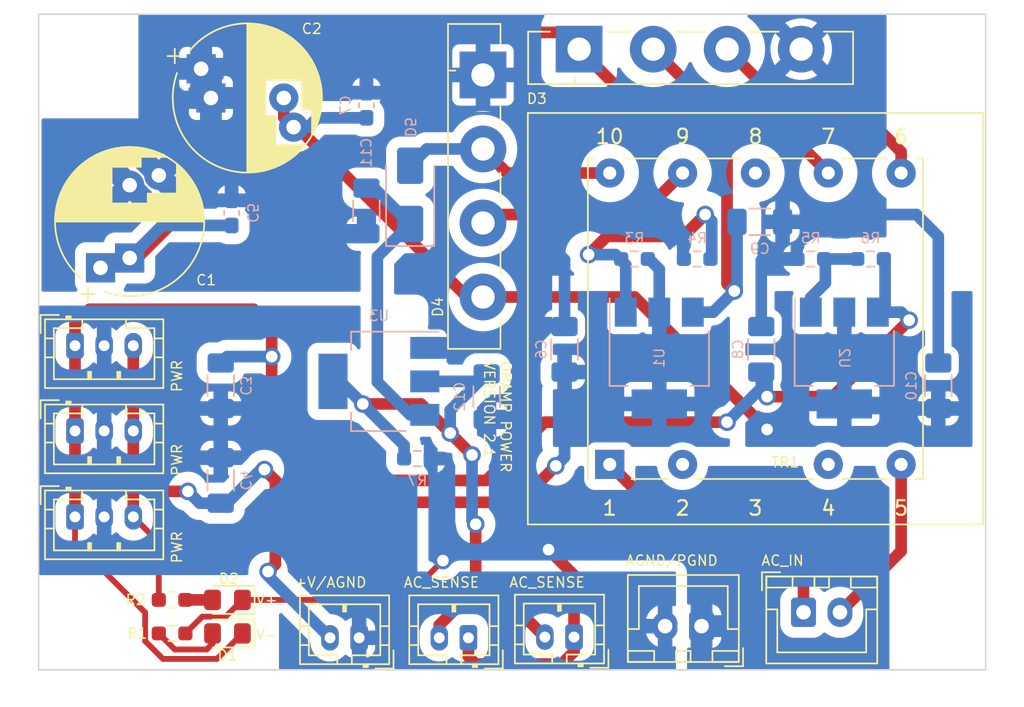
<source format=kicad_pcb>
(kicad_pcb (version 20221018) (generator pcbnew)
  (layers (0 "F.Cu" signal) (31 "B.Cu" signal) (34 "B.Paste" user) (35 "F.Paste" user) (36 "B.SilkS" user "B.Silkscreen") (37 "F.SilkS" user "F.Silkscreen") (38 "B.Mask" user) (39 "F.Mask" user) (44 "Edge.Cuts" user))
  (net 0 "")
  (net 1 "VPOS")
  (net 2 "PGND")
  (net 3 "VNEG")
  (net 4 "Net-(D1-A)")
  (net 5 "Net-(D2-A)")
  (net 6 "Net-(D3-Pad2)")
  (net 7 "AC1")
  (net 8 "Net-(D4-Pad3)")
  (net 9 "Net-(U1-ADJ)")
  (net 10 "Net-(U2-ADJ)")
  (net 11 "AGND")
  (net 12 "RECT_POS")
  (net 13 "RECT_NEG")
  (net 14 "DC_NEG")
  (net 15 "DC_POS")
  (net 16 "AC2")
  (net 17 "SENSE_DC")
  (net 18 "SENSE")
  (footprint "MountingHole:MountingHole_3.2mm_M3" (layer "F.Cu") (at 103.5 119.5)
    (fp_text reference "H4" hide)
    (fp_text value "MountingHole")
    (pad "" np_thru_hole circle (at 0 0) (size 3.2 3.2) (drill 3.2) (layers "*.Cu" "*.Mask"))
  )
  (footprint "Connector_JST:JST_XH_B2B-XH-A_1x02_P2.50mm_Vertical" (layer "F.Cu") (at 146.5 119 180)
    (fp_text reference "J2" hide)
    (fp_text value "Conn_01x02_Male")
    (pad "1" thru_hole roundrect (at 0 0 180) (size 1.7 2) (drill 1) (layers "*.Cu" "*.Mask") (roundrect_rratio 0.1470588235) (net 2 "PGND"))
    (pad "2" thru_hole oval (at 2.5 0 180) (size 1.7 2) (drill 1) (layers "*.Cu" "*.Mask") (net 11 "AGND"))
  )
  (footprint "Capacitor_THT:CP_Radial_D10.0mm_P5.00mm_P7.50mm" (layer "F.Cu") (at 107.25 93.732677 90)
    (fp_text reference "C1" (at -1.517323 5.25 unlocked) (layer "F.SilkS") (effects (font (size 0.7 0.7) (thickness 0.1))))
    (fp_text value "1000U")
    (pad "1" thru_hole rect (at -0.672144 -2 90) (size 2 2) (drill 1) (layers "*.Cu" "*.Mask") (net 12 "RECT_POS"))
    (pad "1" thru_hole rect (at 0 0 90) (size 2 2) (drill 1) (layers "*.Cu" "*.Mask") (net 12 "RECT_POS"))
    (pad "2" thru_hole circle (at 5 0 90) (size 2 2) (drill 1) (layers "*.Cu" "*.Mask") (net 2 "PGND"))
    (pad "2" thru_hole circle (at 5.672144 2 90) (size 2 2) (drill 1) (layers "*.Cu" "*.Mask") (net 2 "PGND"))
  )
  (footprint "Resistor_SMD:R_0603_1608Metric_Pad0.98x0.95mm_HandSolder" (layer "F.Cu") (at 110.1625 117.2)
    (fp_text reference "R2" (at -2.5 0 unlocked) (layer "F.SilkS") (effects (font (size 0.7 0.7) (thickness 0.1))))
    (fp_text value "3.3K")
    (pad "1" smd roundrect (at -0.9125 0) (size 0.975 0.95) (layers "F.Cu" "F.Paste" "F.Mask") (net 15 "DC_POS"))
    (pad "2" smd roundrect (at 0.9125 0) (size 0.975 0.95) (layers "F.Cu" "F.Paste" "F.Mask") (net 5 "Net-(D2-A)"))
  )
  (footprint "Connector_JST:JST_PH_B3B-PH-K_1x03_P2.00mm_Vertical" (layer "F.Cu") (at 103.5 99.75)
    (fp_text reference "J3" hide)
    (fp_text value "Conn_01x03_Male")
    (pad "1" thru_hole roundrect (at 0 0) (size 1.2 1.75) (drill 0.75) (layers "*.Cu" "*.Mask") (roundrect_rratio 0.2083333333) (net 14 "DC_NEG"))
    (pad "2" thru_hole oval (at 2 0) (size 1.2 1.75) (drill 0.75) (layers "*.Cu" "*.Mask") (net 11 "AGND"))
    (pad "3" thru_hole oval (at 4 0) (size 1.2 1.75) (drill 0.75) (layers "*.Cu" "*.Mask") (net 15 "DC_POS"))
  )
  (footprint "Diode_THT:Diode_Bridge_Vishay_GBU" (layer "F.Cu") (at 131.5 81.17 -90)
    (fp_text reference "D4" (at 15.93 3.1 -270 unlocked) (layer "F.SilkS") (effects (font (size 0.7 0.7) (thickness 0.1))))
    (fp_text value "GBU4A")
    (pad "1" thru_hole rect (at 0 0 270) (size 3.2 3.2) (drill 1.6) (layers "*.Cu" "*.Mask") (net 2 "PGND"))
    (pad "2" thru_hole circle (at 5.08 0 270) (size 3.2 3.2) (drill 1.6) (layers "*.Cu" "*.Mask") (net 16 "AC2"))
    (pad "3" thru_hole circle (at 10.16 0 270) (size 3.2 3.2) (drill 1.6) (layers "*.Cu" "*.Mask") (net 8 "Net-(D4-Pad3)"))
    (pad "4" thru_hole circle (at 15.24 0 270) (size 3.2 3.2) (drill 1.6) (layers "*.Cu" "*.Mask") (net 13 "RECT_NEG"))
  )
  (footprint "Resistor_SMD:R_0603_1608Metric_Pad0.98x0.95mm_HandSolder" (layer "F.Cu") (at 110.1625 119.5 180)
    (fp_text reference "R1" (at 2.3875 0 unlocked) (layer "F.SilkS") (effects (font (size 0.7 0.7) (thickness 0.1))))
    (fp_text value "3.3K")
    (pad "1" smd roundrect (at -0.9125 0 180) (size 0.975 0.95) (layers "F.Cu" "F.Paste" "F.Mask") (net 2 "PGND"))
    (pad "2" smd roundrect (at 0.9125 0 180) (size 0.975 0.95) (layers "F.Cu" "F.Paste" "F.Mask") (net 4 "Net-(D1-A)"))
  )
  (footprint "MountingHole:MountingHole_3.2mm_M3" (layer "F.Cu") (at 163.5 79.5)
    (fp_text reference "H1" hide)
    (fp_text value "MountingHole")
    (pad "" np_thru_hole circle (at 0 0) (size 3.2 3.2) (drill 3.2) (layers "*.Cu" "*.Mask"))
  )
  (footprint "Connector_JST:JST_PH_B3B-PH-K_1x03_P2.00mm_Vertical" (layer "F.Cu") (at 103.5 105.6)
    (fp_text reference "J4" hide)
    (fp_text value "Conn_01x03_Male")
    (pad "1" thru_hole roundrect (at 0 0) (size 1.2 1.75) (drill 0.75) (layers "*.Cu" "*.Mask") (roundrect_rratio 0.2083333333) (net 14 "DC_NEG"))
    (pad "2" thru_hole oval (at 2 0) (size 1.2 1.75) (drill 0.75) (layers "*.Cu" "*.Mask") (net 11 "AGND"))
    (pad "3" thru_hole oval (at 4 0) (size 1.2 1.75) (drill 0.75) (layers "*.Cu" "*.Mask") (net 15 "DC_POS"))
  )
  (footprint "Connector_JST:JST_PH_B2B-PH-K_1x02_P2.00mm_Vertical" (layer "F.Cu") (at 130.5 119.8 180)
    (fp_text reference "J6" hide)
    (fp_text value "Conn_01x02_Male")
    (pad "1" thru_hole roundrect (at 0 0 180) (size 1.2 1.75) (drill 0.75) (layers "*.Cu" "*.Mask") (roundrect_rratio 0.2083333333) (net 2 "PGND"))
    (pad "2" thru_hole oval (at 2 0 180) (size 1.2 1.75) (drill 0.75) (layers "*.Cu" "*.Mask") (net 18 "SENSE"))
  )
  (footprint "Connector_JST:JST_PH_B3B-PH-K_1x03_P2.00mm_Vertical" (layer "F.Cu") (at 103.5 111.5)
    (fp_text reference "J5" hide)
    (fp_text value "Conn_01x03_Male")
    (pad "1" thru_hole roundrect (at 0 0) (size 1.2 1.75) (drill 0.75) (layers "*.Cu" "*.Mask") (roundrect_rratio 0.2083333333) (net 14 "DC_NEG"))
    (pad "2" thru_hole oval (at 2 0) (size 1.2 1.75) (drill 0.75) (layers "*.Cu" "*.Mask") (net 11 "AGND"))
    (pad "3" thru_hole oval (at 4 0) (size 1.2 1.75) (drill 0.75) (layers "*.Cu" "*.Mask") (net 15 "DC_POS"))
  )
  (footprint "MountingHole:MountingHole_3.2mm_M3" (layer "F.Cu") (at 103.5 79.5)
    (fp_text reference "H2" hide)
    (fp_text value "MountingHole")
    (pad "" np_thru_hole circle (at 0 0) (size 3.2 3.2) (drill 3.2) (layers "*.Cu" "*.Mask"))
  )
  (footprint "LED_SMD:LED_0805_2012Metric_Pad1.15x1.40mm_HandSolder" (layer "F.Cu") (at 113.9625 119.5 180)
    (fp_text reference "D1" (at 0 -1.5 unlocked) (layer "F.SilkS") (effects (font (size 0.7 0.7) (thickness 0.1))))
    (fp_text value "BLUE")
    (pad "1" smd roundrect (at -1.025 0 180) (size 1.15 1.4) (layers "F.Cu" "F.Paste" "F.Mask") (roundrect_rratio 0.2173913043) (net 14 "DC_NEG"))
    (pad "2" smd roundrect (at 1.025 0 180) (size 1.15 1.4) (layers "F.Cu" "F.Paste" "F.Mask") (roundrect_rratio 0.2173913043) (net 4 "Net-(D1-A)"))
  )
  (footprint "Diode_THT:Diode_Bridge_Vishay_GBU" (layer "F.Cu") (at 138.1 79.4)
    (fp_text reference "D3" (at -2.9 3.4 unlocked) (layer "F.SilkS") (effects (font (size 0.7 0.7) (thickness 0.1))))
    (fp_text value "GBU4A")
    (pad "1" thru_hole rect (at 0 0) (size 3.2 3.2) (drill 1.6) (layers "*.Cu" "*.Mask") (net 12 "RECT_POS"))
    (pad "2" thru_hole circle (at 5.08 0) (size 3.2 3.2) (drill 1.6) (layers "*.Cu" "*.Mask") (net 6 "Net-(D3-Pad2)"))
    (pad "3" thru_hole circle (at 10.16 0) (size 3.2 3.2) (drill 1.6) (layers "*.Cu" "*.Mask") (net 7 "AC1"))
    (pad "4" thru_hole circle (at 15.24 0) (size 3.2 3.2) (drill 1.6) (layers "*.Cu" "*.Mask") (net 2 "PGND"))
  )
  (footprint "Transformer_THT:Transformer_Breve_TEZ-28x33" (layer "F.Cu") (at 140.2 107.9)
    (fp_text reference "TR1" (at 12.05 -0.15 unlocked) (layer "F.SilkS") (effects (font (size 0.7 0.7) (thickness 0.1))))
    (fp_text value "230V 2x9V 2.3VA")
    (fp_text user "5" (at 20 3) (layer "F.SilkS"))
    (fp_text user "4" (at 15 3) (layer "F.SilkS"))
    (fp_text user "6" (at 20 -22.5) (layer "F.SilkS"))
    (fp_text user "9" (at 5 -22.5) (layer "F.SilkS"))
    (fp_text user "2" (at 5 3) (layer "F.SilkS"))
    (fp_text user "10" (at 0 -22.5) (layer "F.SilkS"))
    (fp_text user "3" (at 10 3) (layer "F.SilkS"))
    (fp_text user "7" (at 15 -22.5) (layer "F.SilkS"))
    (fp_text user "1" (at 0 3) (layer "F.SilkS"))
    (fp_text user "8" (at 10 -22.5) (layer "F.SilkS"))
    (pad "1" thru_hole rect (at 0 0) (size 2 2) (drill 0.9) (layers "*.Cu" "*.Mask") (net 1 "VPOS"))
    (pad "2" thru_hole circle (at 5 0) (size 2 2) (drill 0.9) (layers "*.Cu" "*.Mask"))
    (pad "4" thru_hole circle (at 15 0) (size 2 2) (drill 0.9) (layers "*.Cu" "*.Mask"))
    (pad "5" thru_hole circle (at 20 0) (size 2 2) (drill 0.9) (layers "*.Cu" "*.Mask") (net 3 "VNEG"))
    (pad "6" thru_hole circle (at 20 -20) (size 2 2) (drill 0.9) (layers "*.Cu" "*.Mask") (net 7 "AC1"))
    (pad "7" thru_hole circle (at 15 -20) (size 2 2) (drill 0.9) (layers "*.Cu" "*.Mask") (net 6 "Net-(D3-Pad2)"))
    (pad "8" thru_hole circle (at 10 -20) (size 2 2) (drill 0.9) (layers "*.Cu" "*.Mask"))
    (pad "9" thru_hole circle (at 5 -20) (size 2 2) (drill 0.9) (layers "*.Cu" "*.Mask") (net 8 "Net-(D4-Pad3)"))
    (pad "10" thru_hole circle (at 0 -20) (size 2 2) (drill 0.9) (layers "*.Cu" "*.Mask") (net 16 "AC2"))
  )
  (footprint "Connector_JST:JST_PH_B2B-PH-K_1x02_P2.00mm_Vertical" (layer "F.Cu") (at 137.75 119.75 180)
    (fp_text reference "J7" hide)
    (fp_text value "Conn_01x02_Male")
    (pad "1" thru_hole roundrect (at 0 0 180) (size 1.2 1.75) (drill 0.75) (layers "*.Cu" "*.Mask") (roundrect_rratio 0.2083333333) (net 2 "PGND"))
    (pad "2" thru_hole oval (at 2 0 180) (size 1.2 1.75) (drill 0.75) (layers "*.Cu" "*.Mask") (net 18 "SENSE"))
  )
  (footprint "MountingHole:MountingHole_3.2mm_M3" (layer "F.Cu") (at 163.5 119.5)
    (fp_text reference "H3" hide)
    (fp_text value "MountingHole")
    (pad "" np_thru_hole circle (at 0 0) (size 3.2 3.2) (drill 3.2) (layers "*.Cu" "*.Mask"))
  )
  (footprint "Capacitor_THT:CP_Radial_D10.0mm_P5.00mm_P7.50mm" (layer "F.Cu") (at 112.827856 82.75)
    (fp_text reference "C2" (at 6.922144 -4.75 unlocked) (layer "F.SilkS") (effects (font (size 0.7 0.7) (thickness 0.1))))
    (fp_text value "1000U")
    (pad "1" thru_hole rect (at -0.672144 -2) (size 2 2) (drill 1) (layers "*.Cu" "*.Mask") (net 2 "PGND"))
    (pad "1" thru_hole rect (at 0 0) (size 2 2) (drill 1) (layers "*.Cu" "*.Mask") (net 2 "PGND"))
    (pad "2" thru_hole circle (at 5 0) (size 2 2) (drill 1) (layers "*.Cu" "*.Mask") (net 13 "RECT_NEG"))
    (pad "2" thru_hole circle (at 5.672144 2) (size 2 2) (drill 1) (layers "*.Cu" "*.Mask") (net 13 "RECT_NEG"))
  )
  (footprint "Connector_JST:JST_XH_B2B-XH-A_1x02_P2.50mm_Vertical" (layer "F.Cu") (at 153.5 118.05)
    (fp_text reference "J1" hide)
    (fp_text value "Conn_01x02_Male")
    (pad "1" thru_hole roundrect (at 0 0) (size 1.7 2) (drill 1) (layers "*.Cu" "*.Mask") (roundrect_rratio 0.1470588235) (net 1 "VPOS"))
    (pad "2" thru_hole oval (at 2.5 0) (size 1.7 2) (drill 1) (layers "*.Cu" "*.Mask") (net 3 "VNEG"))
  )
  (footprint "LED_SMD:LED_0805_2012Metric_Pad1.15x1.40mm_HandSolder" (layer "F.Cu") (at 113.9625 117.2 180)
    (fp_text reference "D2" (at -0.1 1.45 unlocked) (layer "F.SilkS") (effects (font (size 0.7 0.7) (thickness 0.1))))
    (fp_text value "YELLOW")
    (pad "1" smd roundrect (at -1.025 0 180) (size 1.15 1.4) (layers "F.Cu" "F.Paste" "F.Mask") (roundrect_rratio 0.2173913043) (net 2 "PGND"))
    (pad "2" smd roundrect (at 1.025 0 180) (size 1.15 1.4) (layers "F.Cu" "F.Paste" "F.Mask") (roundrect_rratio 0.2173913043) (net 5 "Net-(D2-A)"))
  )
  (footprint "Connector_JST:JST_PH_B2B-PH-K_1x02_P2.00mm_Vertical" (layer "F.Cu") (at 123 119.8 180)
    (fp_text reference "J8" hide)
    (fp_text value "Conn_01x02_Male")
    (pad "1" thru_hole roundrect (at 0 0 180) (size 1.2 1.75) (drill 0.75) (layers "*.Cu" "*.Mask") (roundrect_rratio 0.2083333333) (net 11 "AGND"))
    (pad "2" thru_hole oval (at 2 0 180) (size 1.2 1.75) (drill 0.75) (layers "*.Cu" "*.Mask") (net 15 "DC_POS"))
  )
  (footprint "Resistor_SMD:R_0603_1608Metric_Pad0.98x0.95mm_HandSolder" (layer "B.Cu") (at 146.2 93.8 180)
    (fp_text reference "R4" (at 0 1.43 unlocked) (layer "B.SilkS") (effects (font (size 0.7 0.7) (thickness 0.1)) (justify mirror)))
    (fp_text value "750R")
    (pad "1" smd roundrect (at -0.9125 0 180) (size 0.975 0.95) (layers "B.Cu" "B.Paste" "B.Mask") (net 9 "Net-(U1-ADJ)"))
    (pad "2" smd roundrect (at 0.9125 0 180) (size 0.975 0.95) (layers "B.Cu" "B.Paste" "B.Mask") (net 2 "PGND"))
  )
  (footprint "Capacitor_SMD:C_1206_3216Metric_Pad1.33x1.80mm_HandSolder" (layer "B.Cu") (at 123.5 90.5 -90)
    (fp_text reference "C11" (at -4 0 90 unlocked) (layer "B.SilkS") (effects (font (size 0.7 0.7) (thickness 0.1)) (justify mirror)))
    (fp_text value "10u")
    (pad "1" smd roundrect (at -1.5625 0 270) (size 1.325 1.8) (layers "B.Cu" "B.Paste" "B.Mask") (roundrect_rratio 0.1886792453) (net 17 "SENSE_DC"))
    (pad "2" smd roundrect (at 1.5625 0 270) (size 1.325 1.8) (layers "B.Cu" "B.Paste" "B.Mask") (roundrect_rratio 0.1886792453) (net 2 "PGND"))
  )
  (footprint "Diode_SMD:D_SMA" (layer "B.Cu") (at 126.5 89.4 90)
    (fp_text reference "D5" (at 4.65 0 270 unlocked) (layer "B.SilkS") (effects (font (size 0.7 0.7) (thickness 0.1)) (justify mirror)))
    (fp_text value "1N4001")
    (pad "1" smd roundrect (at -2 0 90) (size 2.5 1.8) (layers "B.Cu" "B.Paste" "B.Mask") (roundrect_rratio 0.1388888889) (net 17 "SENSE_DC"))
    (pad "2" smd roundrect (at 2 0 90) (size 2.5 1.8) (layers "B.Cu" "B.Paste" "B.Mask") (roundrect_rratio 0.1388888889) (net 16 "AC2"))
  )
  (footprint "Capacitor_SMD:C_1206_3216Metric_Pad1.33x1.80mm_HandSolder" (layer "B.Cu") (at 150.5 91.25)
    (fp_text reference "C9" (at 0 1.85 unlocked) (layer "B.SilkS") (effects (font (size 0.7 0.7) (thickness 0.1)) (justify mirror)))
    (fp_text value "10u")
    (pad "1" smd roundrect (at -1.5625 0) (size 1.325 1.8) (layers "B.Cu" "B.Paste" "B.Mask") (roundrect_rratio 0.1886792453) (net 12 "RECT_POS"))
    (pad "2" smd roundrect (at 1.5625 0) (size 1.325 1.8) (layers "B.Cu" "B.Paste" "B.Mask") (roundrect_rratio 0.1886792453) (net 2 "PGND"))
  )
  (footprint "Resistor_SMD:R_0603_1608Metric_Pad0.98x0.95mm_HandSolder" (layer "B.Cu") (at 158.1 93.8 180)
    (fp_text reference "R6" (at 0 1.43 unlocked) (layer "B.SilkS") (effects (font (size 0.7 0.7) (thickness 0.1)) (justify mirror)))
    (fp_text value "120R")
    (pad "1" smd roundrect (at -0.9125 0 180) (size 0.975 0.95) (layers "B.Cu" "B.Paste" "B.Mask") (net 14 "DC_NEG"))
    (pad "2" smd roundrect (at 0.9125 0 180) (size 0.975 0.95) (layers "B.Cu" "B.Paste" "B.Mask") (net 10 "Net-(U2-ADJ)"))
  )
  (footprint "Package_TO_SOT_SMD:SOT-223-3_TabPin2" (layer "B.Cu") (at 156.3 100.6 -90)
    (fp_text reference "U2" (at 0 0 -90 unlocked) (layer "B.SilkS") (effects (font (size 0.7 0.7) (thickness 0.1)) (justify mirror)))
    (fp_text value "LM337_SOT223")
    (pad "1" smd rect (at -3.15 2.3 270) (size 2 1.5) (layers "B.Cu" "B.Paste" "B.Mask") (net 10 "Net-(U2-ADJ)"))
    (pad "2" smd rect (at -3.15 0 270) (size 2 1.5) (layers "B.Cu" "B.Paste" "B.Mask") (net 13 "RECT_NEG"))
    (pad "2" smd rect (at 3.15 0 270) (size 2 3.8) (layers "B.Cu" "B.Paste" "B.Mask") (net 13 "RECT_NEG"))
    (pad "3" smd rect (at -3.15 -2.3 270) (size 2 1.5) (layers "B.Cu" "B.Paste" "B.Mask") (net 14 "DC_NEG"))
  )
  (footprint "Resistor_SMD:R_0603_1608Metric_Pad0.98x0.95mm_HandSolder" (layer "B.Cu") (at 154 93.8 180)
    (fp_text reference "R5" (at 0 1.43 unlocked) (layer "B.SilkS") (effects (font (size 0.7 0.7) (thickness 0.1)) (justify mirror)))
    (fp_text value "750R")
    (pad "1" smd roundrect (at -0.9125 0 180) (size 0.975 0.95) (layers "B.Cu" "B.Paste" "B.Mask") (net 10 "Net-(U2-ADJ)"))
    (pad "2" smd roundrect (at 0.9125 0 180) (size 0.975 0.95) (layers "B.Cu" "B.Paste" "B.Mask") (net 2 "PGND"))
  )
  (footprint "Capacitor_SMD:C_1206_3216Metric_Pad1.33x1.80mm_HandSolder" (layer "B.Cu") (at 113.5 109 90)
    (fp_text reference "C4" (at 0 1.7 270 unlocked) (layer "B.SilkS") (effects (font (size 0.7 0.7) (thickness 0.1)) (justify mirror)))
    (fp_text value "10U")
    (pad "1" smd roundrect (at -1.5625 0 90) (size 1.325 1.8) (layers "B.Cu" "B.Paste" "B.Mask") (roundrect_rratio 0.1886792453) (net 15 "DC_POS"))
    (pad "2" smd roundrect (at 1.5625 0 90) (size 1.325 1.8) (layers "B.Cu" "B.Paste" "B.Mask") (roundrect_rratio 0.1886792453) (net 11 "AGND"))
  )
  (footprint "Resistor_SMD:R_0603_1608Metric_Pad0.98x0.95mm_HandSolder" (layer "B.Cu") (at 127 107.5 180)
    (fp_text reference "R7" (at 0 -1.5 unlocked) (layer "B.SilkS") (effects (font (size 0.7 0.7) (thickness 0.1)) (justify mirror)))
    (fp_text value "10K")
    (pad "1" smd roundrect (at -0.9125 0 180) (size 0.975 0.95) (layers "B.Cu" "B.Paste" "B.Mask") (net 2 "PGND"))
    (pad "2" smd roundrect (at 0.9125 0 180) (size 0.975 0.95) (layers "B.Cu" "B.Paste" "B.Mask") (net 18 "SENSE"))
  )
  (footprint "Capacitor_SMD:C_0603_1608Metric_Pad1.08x0.95mm_HandSolder" (layer "B.Cu") (at 123.5 83.25 -90)
    (fp_text reference "C7" (at 0 1.43 90 unlocked) (layer "B.SilkS") (effects (font (size 0.7 0.7) (thickness 0.1)) (justify mirror)))
    (fp_text value "0.1U")
    (pad "1" smd roundrect (at -0.8625 0 270) (size 1.075 0.95) (layers "B.Cu" "B.Paste" "B.Mask") (net 2 "PGND"))
    (pad "2" smd roundrect (at 0.8625 0 270) (size 1.075 0.95) (layers "B.Cu" "B.Paste" "B.Mask") (net 13 "RECT_NEG"))
  )
  (footprint "Resistor_SMD:R_0603_1608Metric_Pad0.98x0.95mm_HandSolder" (layer "B.Cu") (at 141.9 93.8 180)
    (fp_text reference "R3" (at 0 1.43 unlocked) (layer "B.SilkS") (effects (font (size 0.7 0.7) (thickness 0.1)) (justify mirror)))
    (fp_text value "120R")
    (pad "1" smd roundrect (at -0.9125 0 180) (size 0.975 0.95) (layers "B.Cu" "B.Paste" "B.Mask") (net 15 "DC_POS"))
    (pad "2" smd roundrect (at 0.9125 0 180) (size 0.975 0.95) (layers "B.Cu" "B.Paste" "B.Mask") (net 9 "Net-(U1-ADJ)"))
  )
  (footprint "Capacitor_SMD:C_1206_3216Metric_Pad1.33x1.80mm_HandSolder" (layer "B.Cu") (at 137.1 100 90)
    (fp_text reference "C6" (at 0 -1.6 90 unlocked) (layer "B.SilkS") (effects (font (size 0.7 0.7) (thickness 0.1)) (justify mirror)))
    (fp_text value "10U")
    (pad "1" smd roundrect (at -1.5625 0 90) (size 1.325 1.8) (layers "B.Cu" "B.Paste" "B.Mask") (roundrect_rratio 0.1886792453) (net 15 "DC_POS"))
    (pad "2" smd roundrect (at 1.5625 0 90) (size 1.325 1.8) (layers "B.Cu" "B.Paste" "B.Mask") (roundrect_rratio 0.1886792453) (net 2 "PGND"))
  )
  (footprint "Capacitor_SMD:C_0603_1608Metric_Pad1.08x0.95mm_HandSolder" (layer "B.Cu") (at 114.25 90.6375 90)
    (fp_text reference "C5" (at 0 1.43 -90 unlocked) (layer "B.SilkS") (effects (font (size 0.7 0.7) (thickness 0.1)) (justify mirror)))
    (fp_text value "0.1U")
    (pad "1" smd roundrect (at -0.8625 0 90) (size 1.075 0.95) (layers "B.Cu" "B.Paste" "B.Mask") (net 12 "RECT_POS"))
    (pad "2" smd roundrect (at 0.8625 0 90) (size 1.075 0.95) (layers "B.Cu" "B.Paste" "B.Mask") (net 2 "PGND"))
  )
  (footprint "Capacitor_SMD:C_1206_3216Metric_Pad1.33x1.80mm_HandSolder" (layer "B.Cu") (at 113.5 102.5 90)
    (fp_text reference "C3" (at 0 1.7 270 unlocked) (layer "B.SilkS") (effects (font (size 0.7 0.7) (thickness 0.1)) (justify mirror)))
    (fp_text value "10U")
    (pad "1" smd roundrect (at -1.5625 0 90) (size 1.325 1.8) (layers "B.Cu" "B.Paste" "B.Mask") (roundrect_rratio 0.1886792453) (net 11 "AGND"))
    (pad "2" smd roundrect (at 1.5625 0 90) (size 1.325 1.8) (layers "B.Cu" "B.Paste" "B.Mask") (roundrect_rratio 0.1886792453) (net 14 "DC_NEG"))
  )
  (footprint "Capacitor_SMD:C_1206_3216Metric_Pad1.33x1.80mm_HandSolder" (layer "B.Cu") (at 162.75 102.5 -90)
    (fp_text reference "C10" (at 0 1.85 90 unlocked) (layer "B.SilkS") (effects (font (size 0.7 0.7) (thickness 0.1)) (justify mirror)))
    (fp_text value "10u")
    (pad "1" smd roundrect (at -1.5625 0 270) (size 1.325 1.8) (layers "B.Cu" "B.Paste" "B.Mask") (roundrect_rratio 0.1886792453) (net 2 "PGND"))
    (pad "2" smd roundrect (at 1.5625 0 270) (size 1.325 1.8) (layers "B.Cu" "B.Paste" "B.Mask") (roundrect_rratio 0.1886792453) (net 13 "RECT_NEG"))
  )
  (footprint "Package_TO_SOT_SMD:SOT-223-3_TabPin2" (layer "B.Cu") (at 143.6 100.6 -90)
    (fp_text reference "U1" (at 0 0 90 unlocked) (layer "B.SilkS") (effects (font (size 0.7 0.7) (thickness 0.1)) (justify mirror)))
    (fp_text value "LM317_SOT-223")
    (pad "1" smd rect (at -3.15 2.3 270) (size 2 1.5) (layers "B.Cu" "B.Paste" "B.Mask") (net 9 "Net-(U1-ADJ)"))
    (pad "2" smd rect (at -3.15 0 270) (size 2 1.5) (layers "B.Cu" "B.Paste" "B.Mask") (net 15 "DC_POS"))
    (pad "2" smd rect (at 3.15 0 270) (size 2 3.8) (layers "B.Cu" "B.Paste" "B.Mask") (net 15 "DC_POS"))
    (pad "3" smd rect (at -3.15 -2.3 270) (size 2 1.5) (layers "B.Cu" "B.Paste" "B.Mask") (net 12 "RECT_POS"))
  )
  (footprint "Capacitor_SMD:C_1206_3216Metric_Pad1.33x1.80mm_HandSolder" (layer "B.Cu") (at 131.75 103.25 -90)
    (fp_text reference "C12" (at 0 1.85 90 unlocked) (layer "B.SilkS") (effects (font (size 0.7 0.7) (thickness 0.1)) (justify mirror)))
    (fp_text value "10u")
    (pad "1" smd roundrect (at -1.5625 0 270) (size 1.325 1.8) (layers "B.Cu" "B.Paste" "B.Mask") (roundrect_rratio 0.1886792453) (net 18 "SENSE"))
    (pad "2" smd roundrect (at 1.5625 0 270) (size 1.325 1.8) (layers "B.Cu" "B.Paste" "B.Mask") (roundrect_rratio 0.1886792453) (net 2 "PGND"))
  )
  (footprint "Package_TO_SOT_SMD:SOT-223-3_TabPin2" (layer "B.Cu") (at 124.3575 102.2 180)
    (fp_text reference "U3" (at 0 4.5 unlocked) (layer "B.SilkS") (effects (font (size 0.7 0.7) (thickness 0.1)) (justify mirror)))
    (fp_text value "AMS1117-3.3")
    (pad "1" smd rect (at -3.15 2.3 180) (size 2 1.5) (layers "B.Cu" "B.Paste" "B.Mask") (net 2 "PGND"))
    (pad "2" smd rect (at -3.15 0 180) (size 2 1.5) (layers "B.Cu" "B.Paste" "B.Mask") (net 18 "SENSE"))
    (pad "2" smd rect (at 3.15 0 180) (size 2 3.8) (layers "B.Cu" "B.Paste" "B.Mask") (net 18 "SENSE"))
    (pad "3" smd rect (at -3.15 -2.3 180) (size 2 1.5) (layers "B.Cu" "B.Paste" "B.Mask") (net 17 "SENSE_DC"))
  )
  (footprint "Capacitor_SMD:C_1206_3216Metric_Pad1.33x1.80mm_HandSolder" (layer "B.Cu") (at 150.6 100 -90)
    (fp_text reference "C8" (at 0 1.6 90 unlocked) (layer "B.SilkS") (effects (font (size 0.7 0.7) (thickness 0.1)) (justify mirror)))
    (fp_text value "10U")
    (pad "1" smd roundrect (at -1.5625 0 270) (size 1.325 1.8) (layers "B.Cu" "B.Paste" "B.Mask") (roundrect_rratio 0.1886792453) (net 2 "PGND"))
    (pad "2" smd roundrect (at 1.5625 0 270) (size 1.325 1.8) (layers "B.Cu" "B.Paste" "B.Mask") (roundrect_rratio 0.1886792453) (net 14 "DC_NEG"))
  )
  (gr_line (start 166 77) (end 101 77) (stroke (width 0.1)) (layer "Edge.Cuts"))
  (gr_line (start 101 77) (end 101 122) (stroke (width 0.1)) (layer "Edge.Cuts"))
  (gr_line (start 166 77) (end 166 122) (stroke (width 0.1)) (layer "Edge.Cuts"))
  (gr_line (start 101 122) (end 166 122) (stroke (width 0.1)) (layer "Edge.Cuts"))
  (gr_text "AGND/PGND" (at 141.25 114.5) (layer "F.SilkS") (effects (font (size 0.7 0.7) (thickness 0.1)) (justify left)))
  (gr_text "OPAMP POWER\nVERSION 2.1\n" (at 132.5 100.75 270) (layer "F.SilkS") (effects (font (size 0.7 0.7) (thickness 0.1)) (justify left)))
  (gr_text "AC_SENSE" (at 126 116) (layer "F.SilkS") (effects (font (size 0.7 0.7) (thickness 0.1)) (justify left)))
  (gr_text "PWR\n" (at 110.5 103 90) (layer "F.SilkS") (effects (font (size 0.7 0.7) (thickness 0.1)) (justify left)))
  (gr_text "PWR\n" (at 110.5 114.75 90) (layer "F.SilkS") (effects (font (size 0.7 0.7) (thickness 0.1)) (justify left)))
  (gr_text "PWR\n" (at 110.5 108.75 90) (layer "F.SilkS") (effects (font (size 0.7 0.7) (thickness 0.1)) (justify left)))
  (gr_text "AC_IN" (at 150.55 114.5) (layer "F.SilkS") (effects (font (size 0.7 0.7) (thickness 0.1)) (justify left)))
  (gr_text "V+" (at 115.8625 117.2) (layer "F.SilkS") (effects (font (size 0.7 0.7) (thickness 0.1)) (justify left)))
  (gr_text "AC_SENSE" (at 133.25 116) (layer "F.SilkS") (effects (font (size 0.7 0.7) (thickness 0.1)) (justify left)))
  (gr_text "V-" (at 115.8625 119.6) (layer "F.SilkS") (effects (font (size 0.7 0.7) (thickness 0.1)) (justify left)))
  (gr_text "+V/AGND" (at 118.5 116) (layer "F.SilkS") (effects (font (size 0.7 0.7) (thickness 0.1)) (justify left)))
  (segment (start 145.3 113) (end 140.2 107.9) (width 0.8) (layer "F.Cu") (net 1))
  (segment (start 150.75 113) (end 145.3 113) (width 0.8) (layer "F.Cu") (net 1))
  (segment (start 153.5 115.75) (end 150.75 113) (width 0.8) (layer "F.Cu") (net 1))
  (segment (start 153.5 118.05) (end 153.5 115.75) (width 0.8) (layer "F.Cu") (net 1))
  (segment (start 113.8375 118.35) (end 114.9875 117.2) (width 0.4) (layer "F.Cu") (net 2))
  (segment (start 137.75 115.5) (end 136 113.75) (width 0.8) (layer "F.Cu") (net 2))
  (segment (start 114.9875 117.2) (end 126.05 117.2) (width 0.4) (layer "F.Cu") (net 2))
  (segment (start 137.75 119.75) (end 137.75 115.5) (width 0.8) (layer "F.Cu") (net 2))
  (segment (start 126.05 117.2) (end 128.75 114.5) (width 0.4) (layer "F.Cu") (net 2))
  (segment (start 111.075 119.5) (end 112.225 118.35) (width 0.4) (layer "F.Cu") (net 2))
  (segment (start 136.9 121.6) (end 131 121.6) (width 0.8) (layer "F.Cu") (net 2))
  (segment (start 137.75 119.75) (end 137.75 120.75) (width 0.8) (layer "F.Cu") (net 2))
  (segment (start 130.5 121.1) (end 130.5 119.8) (width 0.8) (layer "F.Cu") (net 2))
  (segment (start 137.75 120.75) (end 136.9 121.6) (width 0.8) (layer "F.Cu") (net 2))
  (segment (start 131 121.6) (end 130.5 121.1) (width 0.8) (layer "F.Cu") (net 2))
  (segment (start 112.225 118.35) (end 113.8375 118.35) (width 0.4) (layer "F.Cu") (net 2))
  (via (at 136 113.75) (size 1.2) (drill 0.8) (layers "F.Cu" "B.Cu") (net 2))
  (via (at 128.75 114.5) (size 1.2) (drill 0.8) (layers "F.Cu" "B.Cu") (net 2))
  (segment (start 150.6 93.9) (end 151 93.5) (width 0.8) (layer "B.Cu") (net 2))
  (segment (start 162.75 92.25) (end 161.25 90.75) (width 0.8) (layer "B.Cu") (net 2))
  (segment (start 150.6 98.4375) (end 150.6 93.9) (width 0.8) (layer "B.Cu") (net 2))
  (segment (start 137.1 98.4375) (end 137.1 93.85) (width 0.8) (layer "B.Cu") (net 2))
  (segment (start 137.1 93.85) (end 136.75 93.5) (width 0.8) (layer "B.Cu") (net 2))
  (segment (start 161.25 90.75) (end 158.5 90.75) (width 0.8) (layer "B.Cu") (net 2))
  (segment (start 162.75 100.9375) (end 162.75 92.25) (width 0.8) (layer "B.Cu") (net 2))
  (segment (start 137.1 98.4375) (end 136.0625 98.4375) (width 0.8) (layer "B.Cu") (net 2))
  (segment (start 136.0625 98.4375) (end 134.25 100.25) (width 0.8) (layer "B.Cu") (net 2))
  (segment (start 160.2 113.85) (end 156 118.05) (width 0.8) (layer "F.Cu") (net 3))
  (segment (start 160.2 107.9) (end 160.2 113.85) (width 0.8) (layer "F.Cu") (net 3))
  (segment (start 112.9375 120.2) (end 112.5375 120.6) (width 0.4) (layer "F.Cu") (net 4))
  (segment (start 110.35 120.6) (end 109.25 119.5) (width 0.4) (layer "F.Cu") (net 4))
  (segment (start 112.9375 119.5) (end 112.9375 120.2) (width 0.4) (layer "F.Cu") (net 4))
  (segment (start 112.5375 120.6) (end 110.35 120.6) (width 0.4) (layer "F.Cu") (net 4))
  (segment (start 112.9375 117.2) (end 111.075 117.2) (width 0.8) (layer "F.Cu") (net 5))
  (segment (start 155.2 87.9) (end 151.8 84.5) (width 0.8) (layer "F.Cu") (net 6))
  (segment (start 151.8 84.5) (end 148.28 84.5) (width 0.8) (layer "F.Cu") (net 6))
  (segment (start 148.28 84.5) (end 143.18 79.4) (width 0.8) (layer "F.Cu") (net 6))
  (segment (start 156.75 83) (end 151.86 83) (width 0.8) (layer "F.Cu") (net 7))
  (segment (start 151.86 83) (end 148.26 79.4) (width 0.8) (layer "F.Cu") (net 7))
  (segment (start 160.2 86.45) (end 156.75 83) (width 0.8) (layer "F.Cu") (net 7))
  (segment (start 160.2 87.9) (end 160.2 86.45) (width 0.8) (layer "F.Cu") (net 7))
  (segment (start 132.08 90.75) (end 142.35 90.75) (width 0.8) (layer "F.Cu") (net 8))
  (segment (start 142.35 90.75) (end 145.2 87.9) (width 0.8) (layer "F.Cu") (net 8))
  (segment (start 138.75 93.5) (end 140 92.25) (width 0.8) (layer "F.Cu") (net 9))
  (segment (start 140 92.25) (end 145.25 92.25) (width 0.8) (layer "F.Cu") (net 9))
  (segment (start 145.25 92.25) (end 146.75 90.75) (width 0.8) (layer "F.Cu") (net 9))
  (via (at 138.75 93.5) (size 1.2) (drill 0.8) (layers "F.Cu" "B.Cu") (net 9))
  (via (at 146.75 90.75) (size 1.2) (drill 0.8) (layers "F.Cu" "B.Cu") (net 9))
  (segment (start 140.6 93.5) (end 140.9 93.8) (width 0.8) (layer "B.Cu") (net 9))
  (segment (start 147.2 91.2) (end 146.75 90.75) (width 0.8) (layer "B.Cu") (net 9))
  (segment (start 147.2 93.8) (end 147.2 91.2) (width 0.8) (layer "B.Cu") (net 9))
  (segment (start 141.3 94.2) (end 140.9 93.8) (width 0.8) (layer "B.Cu") (net 9))
  (segment (start 141.3 97.45) (end 141.3 94.2) (width 0.8) (layer "B.Cu") (net 9))
  (segment (start 138.75 93.5) (end 140.6 93.5) (width 0.8) (layer "B.Cu") (net 9))
  (segment (start 155 93.8) (end 157.1 93.8) (width 0.8) (layer "B.Cu") (net 10))
  (segment (start 154 96.45) (end 155 95.45) (width 0.8) (layer "B.Cu") (net 10))
  (segment (start 155 95.45) (end 155 93.8) (width 0.8) (layer "B.Cu") (net 10))
  (segment (start 154 97.45) (end 154 96.45) (width 0.8) (layer "B.Cu") (net 10))
  (segment (start 148.25 95.5) (end 148.75 96) (width 0.8) (layer "F.Cu") (net 12))
  (segment (start 148.25 87) (end 148.25 95.5) (width 0.8) (layer "F.Cu") (net 12))
  (segment (start 138.1 79.4) (end 143.45 84.75) (width 0.8) (layer "F.Cu") (net 12))
  (segment (start 115.25 86.25) (end 107.767323 93.732677) (width 0.8) (layer "F.Cu") (net 12))
  (segment (start 146 84.75) (end 148.25 87) (width 0.8) (layer "F.Cu") (net 12))
  (segment (start 136.95 78.25) (end 118 78.25) (width 0.8) (layer "F.Cu") (net 12))
  (segment (start 118 78.25) (end 115.25 81) (width 0.8) (layer "F.Cu") (net 12))
  (segment (start 143.45 84.75) (end 146 84.75) (width 0.8) (layer "F.Cu") (net 12))
  (segment (start 115.25 81) (end 115.25 86.25) (width 0.8) (layer "F.Cu") (net 12))
  (via (at 148.75 96) (size 1.2) (drill 0.8) (layers "F.Cu" "B.Cu") (net 12))
  (segment (start 109.482677 91.5) (end 107.25 93.732677) (width 0.8) (layer "B.Cu") (net 12))
  (segment (start 148.9375 91.25) (end 148.9375 95.8125) (width 0.8) (layer "B.Cu") (net 12))
  (segment (start 148.9375 95.8125) (end 148.75 96) (width 0.8) (layer "B.Cu") (net 12))
  (segment (start 145.9 97.45) (end 147.3 97.45) (width 0.8) (layer "B.Cu") (net 12))
  (segment (start 147.3 97.45) (end 148.75 96) (width 0.8) (layer "B.Cu") (net 12))
  (segment (start 114.25 91.5) (end 109.482677 91.5) (width 0.8) (layer "B.Cu") (net 12))
  (segment (start 141.91 96.41) (end 131.5 96.41) (width 0.8) (layer "F.Cu") (net 13))
  (segment (start 151 105.5) (end 141.91 96.41) (width 0.8) (layer "F.Cu") (net 13))
  (segment (start 130.41 96.41) (end 118.75 84.75) (width 0.8) (layer "F.Cu") (net 13))
  (segment (start 117.827856 82.75) (end 117.827856 84.077856) (width 0.8) (layer "F.Cu") (net 13))
  (segment (start 117.827856 84.077856) (end 118.5 84.75) (width 0.8) (layer "F.Cu") (net 13))
  (via (at 151 105.5) (size 1.2) (drill 0.8) (layers "F.Cu" "B.Cu") (net 13))
  (segment (start 156.3 103.75) (end 152.75 103.75) (width 0.8) (layer "B.Cu") (net 13))
  (segment (start 152.75 103.75) (end 151 105.5) (width 0.8) (layer "B.Cu") (net 13))
  (segment (start 123.5 84.1125) (end 120.1375 84.1125) (width 0.8) (layer "B.Cu") (net 13))
  (segment (start 156.3 97.45) (end 156.3 103.75) (width 0.8) (layer "B.Cu") (net 13))
  (segment (start 162.75 104.0625) (end 156.6125 104.0625) (width 0.8) (layer "B.Cu") (net 13))
  (segment (start 120.1375 84.1125) (end 119.5 84.75) (width 0.8) (layer "B.Cu") (net 13))
  (segment (start 119.5 84.75) (end 118.5 84.75) (width 0.8) (layer "B.Cu") (net 13))
  (segment (start 160.75 98) (end 155.5 103.25) (width 0.8) (layer "F.Cu") (net 14))
  (segment (start 131.732233 109) (end 135.732233 105) (width 0.8) (layer "F.Cu") (net 14))
  (segment (start 103.5 98.25) (end 104.5 97.25) (width 0.8) (layer "F.Cu") (net 14))
  (segment (start 135.732233 105) (end 148.25 105) (width 0.8) (layer "F.Cu") (net 14))
  (segment (start 104.5 97.25) (end 115.75 97.25) (width 0.8) (layer "F.Cu") (net 14))
  (segment (start 115.75 97.25) (end 117 98.5) (width 0.8) (layer "F.Cu") (net 14))
  (segment (start 113.2375 121.25) (end 109.540228 121.25) (width 0.4) (layer "F.Cu") (net 14))
  (segment (start 121 109) (end 131.732233 109) (width 0.8) (layer "F.Cu") (net 14))
  (segment (start 117 100.5) (end 117 105) (width 0.8) (layer "F.Cu") (net 14))
  (segment (start 103.5 99.75) (end 103.5 105.6) (width 0.8) (layer "F.Cu") (net 14))
  (segment (start 117 105) (end 121 109) (width 0.8) (layer "F.Cu") (net 14))
  (segment (start 103.5 113.25) (end 103.5 111.5) (width 0.4) (layer "F.Cu") (net 14))
  (segment (start 108.3125 120.022272) (end 108.3125 118.0625) (width 0.4) (layer "F.Cu") (net 14))
  (segment (start 108.3125 118.0625) (end 103.5 113.25) (width 0.4) (layer "F.Cu") (net 14))
  (segment (start 114.9875 119.5) (end 113.2375 121.25) (width 0.4) (layer "F.Cu") (net 14))
  (segment (start 117 98.5) (end 117 100.5) (width 0.8) (layer "F.Cu") (net 14))
  (segment (start 103.5 99.75) (end 103.5 98.25) (width 0.8) (layer "F.Cu") (net 14))
  (segment (start 109.540228 121.25) (end 108.3125 120.022272) (width 0.4) (layer "F.Cu") (net 14))
  (segment (start 103.5 105.6) (end 103.5 111.5) (width 0.8) (layer "F.Cu") (net 14))
  (segment (start 155.5 103.25) (end 151 103.25) (width 0.8) (layer "F.Cu") (net 14))
  (via (at 117 100.5) (size 1.2) (drill 0.8) (layers "F.Cu" "B.Cu") (net 14))
  (via (at 151 103.25) (size 1.2) (drill 0.8) (layers "F.Cu" "B.Cu") (net 14))
  (via (at 148.25 105) (size 1.2) (drill 0.8) (layers "F.Cu" "B.Cu") (net 14))
  (via (at 160.75 98) (size 1.2) (drill 0.8) (layers "F.Cu" "B.Cu") (net 14))
  (segment (start 159.1 96.95) (end 158.6 97.45) (width 0.8) (layer "B.Cu") (net 14))
  (segment (start 113.9375 100.5) (end 113.5 100.9375) (width 0.8) (layer "B.Cu") (net 14))
  (segment (start 117 100.5) (end 113.9375 100.5) (width 0.8) (layer "B.Cu") (net 14))
  (segment (start 150.6 102.65) (end 148.25 105) (width 0.8) (layer "B.Cu") (net 14))
  (segment (start 151 101.9625) (end 150.6 101.5625) (width 0.8) (layer "B.Cu") (net 14))
  (segment (start 151 103.25) (end 151 101.9625) (width 0.8) (layer "B.Cu") (net 14))
  (segment (start 159.1 93.8) (end 159.1 96.95) (width 0.8) (layer "B.Cu") (net 14))
  (segment (start 158.6 97.45) (end 160.2 97.45) (width 0.8) (layer "B.Cu") (net 14))
  (segment (start 150.6 101.5625) (end 150.6 102.65) (width 0.8) (layer "B.Cu") (net 14))
  (segment (start 160.2 97.45) (end 160.75 98) (width 0.8) (layer "B.Cu") (net 14))
  (segment (start 107.5 108) (end 107.5 105.6) (width 0.8) (layer "F.Cu") (net 15))
  (segment (start 109.25 113.25) (end 107.5 111.5) (width 0.4) (layer "F.Cu") (net 15))
  (segment (start 117.25 114.75) (end 116.75 115.25) (width 0.8) (layer "F.Cu") (net 15))
  (segment (start 109.25 117.2) (end 109.25 113.25) (width 0.4) (layer "F.Cu") (net 15))
  (segment (start 111.25 109.75) (end 109.25 109.75) (width 0.8) (layer "F.Cu") (net 15))
  (segment (start 116.5 108.25) (end 117.25 109) (width 0.8) (layer "F.Cu") (net 15))
  (segment (start 117.25 109) (end 117.25 114.75) (width 0.8) (layer "F.Cu") (net 15))
  (segment (start 118.75 110.5) (end 134 110.5) (width 0.8) (layer "F.Cu") (net 15))
  (segment (start 107.5 111.5) (end 107.5 108) (width 0.8) (layer "F.Cu") (net 15))
  (segment (start 107.5 99.75) (end 107.5 105.6) (width 0.8) (layer "F.Cu") (net 15))
  (segment (start 109.25 109.75) (end 107.5 108) (width 0.8) (layer "F.Cu") (net 15))
  (segment (start 134 110.5) (end 136.5 108) (width 0.8) (layer "F.Cu") (net 15))
  (segment (start 117.25 109) (end 118.75 110.5) (width 0.8) (layer "F.Cu") (net 15))
  (via (at 136.5 108) (size 1.2) (drill 0.8) (layers "F.Cu" "B.Cu") (net 15))
  (via (at 111.25 109.75) (size 1.2) (drill 0.8) (layers "F.Cu" "B.Cu") (net 15))
  (via (at 116.5 108.25) (size 1.2) (drill 0.8) (layers "F.Cu" "B.Cu") (net 15))
  (via (at 116.75 115.25) (size 1.2) (drill 0.8) (layers "F.Cu" "B.Cu") (net 15))
  (segment (start 143.6 94.5) (end 142.9 93.8) (width 0.8) (layer "B.Cu") (net 15))
  (segment (start 137.1 101.5625) (end 137.1 107.4) (width 0.8) (layer "B.Cu") (net 15))
  (segment (start 116.75 115.55) (end 116.75 115.25) (width 0.8) (layer "B.Cu") (net 15))
  (segment (start 113.5 110.5625) (end 112.0625 110.5625) (width 0.8) (layer "B.Cu") (net 15))
  (segment (start 116.5 108.25) (end 116.25 108.25) (width 0.8) (layer "B.Cu") (net 15))
  (segment (start 116.25 108.25) (end 113.9375 110.5625) (width 0.8) (layer "B.Cu") (net 15))
  (segment (start 112.0625 110.5625) (end 111.25 109.75) (width 0.8) (layer "B.Cu") (net 15))
  (segment (start 121 119.8) (end 116.75 115.55) (width 0.8) (layer "B.Cu") (net 15))
  (segment (start 143.6 97.45) (end 143.6 94.5) (width 0.8) (layer "B.Cu") (net 15))
  (segment (start 137.1 107.4) (end 136.5 108) (width 0.8) (layer "B.Cu") (net 15))
  (segment (start 140.2 87.9) (end 133.15 87.9) (width 0.8) (layer "F.Cu") (net 16))
  (segment (start 133.15 87.9) (end 131.5 86.25) (width 0.8) (layer "F.Cu") (net 16))
  (segment (start 131.5 86.25) (end 127.65 86.25) (width 0.8) (layer "B.Cu") (net 16))
  (segment (start 127.65 86.25) (end 126.5 87.4) (width 0.8) (layer "B.Cu") (net 16))
  (segment (start 124.0375 88.9375) (end 126.5 91.4) (width 0.8) (layer "B.Cu") (net 17))
  (segment (start 126.5 91.4) (end 124.25 93.65) (width 0.8) (layer "B.Cu") (net 17))
  (segment (start 126.5075 104.5) (end 127.5075 104.5) (width 0.8) (layer "B.Cu") (net 17))
  (segment (start 124.25 93.65) (end 124.25 102.2425) (width 0.8) (layer "B.Cu") (net 17))
  (segment (start 123.5 88.9375) (end 124.0375 88.9375) (width 0.8) (layer "B.Cu") (net 17))
  (segment (start 124.25 102.2425) (end 126.5075 104.5) (width 0.8) (layer "B.Cu") (net 17))
  (segment (start 135.75 119.75) (end 133.75 117.75) (width 0.8) (layer "F.Cu") (net 18))
  (segment (start 133.75 117.75) (end 129.675 117.75) (width 0.8) (layer "F.Cu") (net 18))
  (segment (start 131 116.425) (end 129.675 117.75) (width 0.8) (layer "F.Cu") (net 18))
  (segment (start 128.5 118.925) (end 128.5 119.8) (width 0.8) (layer "F.Cu") (net 18))
  (segment (start 127.25 103.75) (end 129.25 105.75) (width 0.8) (layer "F.Cu") (net 18))
  (segment (start 129.675 117.75) (end 128.5 118.925) (width 0.8) (layer "F.Cu") (net 18))
  (segment (start 131 112) (end 131 116.425) (width 0.8) (layer "F.Cu") (net 18))
  (segment (start 129.25 105.75) (end 130.75 107.25) (width 0.8) (layer "F.Cu") (net 18))
  (segment (start 123.25 103.75) (end 127.25 103.75) (width 0.8) (layer "F.Cu") (net 18))
  (via (at 131 112) (size 1.2) (drill 0.8) (layers "F.Cu" "B.Cu") (net 18))
  (via (at 129.25 105.75) (size 1.2) (drill 0.8) (layers "F.Cu" "B.Cu") (net 18))
  (via (at 123.25 103.75) (size 1.2) (drill 0.8) (layers "F.Cu" "B.Cu") (net 18))
  (via (at 130.75 107.25) (size 1.2) (drill 0.8) (layers "F.Cu" "B.Cu") (net 18))
  (segment (start 121.7 102.2) (end 123.25 103.75) (width 0.8) (layer "B.Cu") (net 18))
  (segment (start 131.2375 102.2) (end 131.75 101.6875) (width 0.8) (layer "B.Cu") (net 18))
  (segment (start 130.75 107.25) (end 130.75 111.75) (width 0.8) (layer "B.Cu") (net 18))
  (segment (start 129.25 105.75) (end 129.25 104.1875) (width 0.8) (layer "B.Cu") (net 18))
  (segment (start 126.0875 107.5) (end 126.0875 106.5875) (width 0.8) (layer "B.Cu") (net 18))
  (segment (start 127.5075 102.2) (end 131.2375 102.2) (width 0.8) (layer "B.Cu") (net 18))
  (segment (start 130.75 111.75) (end 131 112) (width 0.8) (layer "B.Cu") (net 18))
  (segment (start 126.0875 106.5875) (end 123.25 103.75) (width 0.8) (layer "B.Cu") (net 18))
  (segment (start 129.25 104.1875) (end 131.75 101.6875) (width 0.8) (layer "B.Cu") (net 18))
  (zone (net 2) (net_name "PGND") (layer "B.Cu") (connect_pads (clearance 0.75)) (min_thickness 0.254) (fill yes (thermal_gap 0.508) (thermal_bridge_width 1.5))
    (polygon (pts (xy 126 83.7) (xy 136.25 83.7) (xy 136.25 108) (xy 159.4 108) (xy 159.4 122.9) (xy 145.25 122.9) (xy 145.25 115) (xy 124.75 115) (xy 124.75 96.05) (xy 101.2 96.05) (xy 101.2 84.15) (xy 107.85 84.15) (xy 107.85 76.8) (xy 126 76.8)))
  )
  (zone (net 15) (net_name "DC_POS") (layer "B.Cu") (connect_pads (clearance 0.508)) (min_thickness 0.254) (fill yes (thermal_gap 0.508) (thermal_bridge_width 1))
    (polygon (pts (xy 148.45 106.7) (xy 136.3 106.7) (xy 136.3 96) (xy 148.45 96)))
  )
  (zone (net 11) (net_name "AGND") (layer "B.Cu") (priority 1) (connect_pads (clearance 0.75)) (min_thickness 0.25) (fill yes (thermal_gap 0.5) (thermal_bridge_width 1))
    (polygon (pts (xy 118 107.5) (xy 118 107.75) (xy 118 97) (xy 127 97) (xy 127 115.25) (xy 144.75 115.25) (xy 144.75 122) (xy 117.5 122) (xy 117.5 115.5) (xy 100.5 115.5) (xy 100.5 97) (xy 118 97)))
  )
  (zone (net 2) (net_name "PGND") (layer "B.Cu") (connect_pads (clearance 1)) (min_thickness 0.254) (fill yes (thermal_gap 0.508) (thermal_bridge_width 1))
    (polygon (pts (xy 159.2 94.95) (xy 125.7 94.95) (xy 125.7 76.6) (xy 159.2 76.6)))
  )
  (zone (net 13) (net_name "RECT_NEG") (layer "B.Cu") (connect_pads (clearance 0.508)) (min_thickness 0.254) (fill yes (thermal_gap 0.508) (thermal_bridge_width 1))
    (polygon (pts (xy 165.1 106.7) (xy 149.5 106.7) (xy 149.5 96) (xy 165.1 96)))
  )
)
</source>
